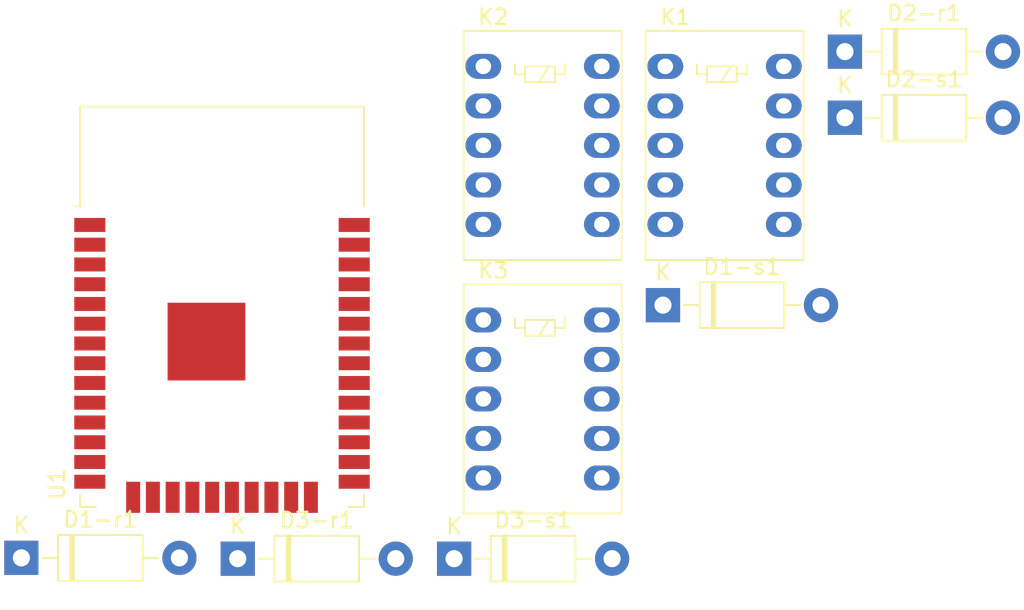
<source format=kicad_pcb>
(kicad_pcb (version 20211014) (generator pcbnew)
  (layers (0 "F.Cu" signal) (31 "B.Cu" signal) (34 "B.Paste" user) (35 "F.Paste" user) (36 "B.SilkS" user "B.Silkscreen") (37 "F.SilkS" user "F.Silkscreen") (38 "B.Mask" user) (39 "F.Mask" user) (44 "Edge.Cuts" user))
  (net 0 "")
  (net 1 "Net-(D1-r1-Pad1)")
  (net 2 "Net-(D1-r1-Pad2)")
  (net 3 "Net-(D1-s1-Pad1)")
  (net 4 "Net-(D1-s1-Pad2)")
  (net 5 "Net-(D2-r1-Pad1)")
  (net 6 "Net-(D2-r1-Pad2)")
  (net 7 "Net-(D2-s1-Pad1)")
  (net 8 "Net-(D2-s1-Pad2)")
  (net 9 "Net-(D3-r1-Pad1)")
  (net 10 "Net-(D3-r1-Pad2)")
  (net 11 "Net-(D3-s1-Pad1)")
  (net 12 "Net-(D3-s1-Pad2)")
  (net 15 "/AudioIn-1-R")
  (net 16 "/AudioIn-1-L")
  (net 21 "/AudioIn-2-R")
  (net 22 "/AudioIn-2-L")
  (net 27 "/AudioIn-3-R")
  (net 28 "/AudioIn-3-L")
  (net 31 "Net-(U1-Pad1)")
  (net 32 "+3V3")
  (footprint "Diode_THT:D_DO-41_SOD81_P10.16mm_Horizontal" (layer "F.Cu") (at 63.38 63.55)
    (fp_text reference "D3-s1" (at 5.08 -2.47) (layer "F.SilkS"))
    (fp_text value "1N4004")
    (fp_text user "K" (at 0 -2.1) (layer "F.SilkS"))
    (fp_line (start 3.26 -1.47) (end 3.26 1.47) (layer "F.SilkS") (width 0.12))
    (fp_line (start 1.34 0) (end 2.36 0) (layer "F.SilkS") (width 0.12))
    (fp_line (start 8.82 0) (end 7.8 0) (layer "F.SilkS") (width 0.12))
    (fp_line (start 3.14 -1.47) (end 3.14 1.47) (layer "F.SilkS") (width 0.12))
    (fp_line (start 2.36 -1.47) (end 2.36 1.47) (layer "F.SilkS") (width 0.12))
    (fp_line (start 7.8 -1.47) (end 2.36 -1.47) (layer "F.SilkS") (width 0.12))
    (fp_line (start 3.38 -1.47) (end 3.38 1.47) (layer "F.SilkS") (width 0.12))
    (fp_line (start 2.36 1.47) (end 7.8 1.47) (layer "F.SilkS") (width 0.12))
    (fp_line (start 7.8 1.47) (end 7.8 -1.47) (layer "F.SilkS") (width 0.12))
    (pad "1" thru_hole rect (at 0 0) (size 2.2 2.2) (drill 1.1) (layers *.Cu *.Mask) (net 11 "Net-(D3-s1-Pad1)"))
    (pad "2" thru_hole oval (at 10.16 0) (size 2.2 2.2) (drill 1.1) (layers *.Cu *.Mask) (net 12 "Net-(D3-s1-Pad2)"))
  )
  (footprint "Relay_THT:Relay_DPDT_FRT5" (layer "F.Cu") (at 76.96 31.9)
    (fp_text reference "K1" (at 0.635 -3.175) (layer "F.SilkS"))
    (fp_text value "AZ850P2-x")
    (fp_line (start 4.597 0) (end 2.692 0) (layer "F.SilkS") (width 0.12))
    (fp_line (start 5.232 -0.127) (end 5.232 0.508) (layer "F.SilkS") (width 0.12))
    (fp_line (start 2.032 0.508) (end 2.692 0.508) (layer "F.SilkS") (width 0.12))
    (fp_line (start 2.032 -0.127) (end 2.032 0.508) (layer "F.SilkS") (width 0.12))
    (fp_line (start 2.692 0) (end 2.692 1.016) (layer "F.SilkS") (width 0.12))
    (fp_line (start 8.89 12.446) (end -1.27 12.446) (layer "F.SilkS") (width 0.12))
    (fp_line (start -1.27 12.446) (end -1.27 -2.286) (layer "F.SilkS") (width 0.12))
    (fp_line (start 8.89 -2.286) (end 8.89 12.446) (layer "F.SilkS") (width 0.12))
    (fp_line (start 2.692 1.016) (end 4.597 1.016) (layer "F.SilkS") (width 0.12))
    (fp_line (start 4.216 0) (end 3.581 1.016) (layer "F.SilkS") (width 0.12))
    (fp_line (start 4.597 0) (end 4.597 1.016) (layer "F.SilkS") (width 0.12))
    (fp_line (start 5.232 0.508) (end 4.597 0.508) (layer "F.SilkS") (width 0.12))
    (fp_line (start -1.27 -2.286) (end 8.89 -2.286) (layer "F.SilkS") (width 0.12))
    (pad "1" thru_hole oval (at 0 0) (size 2.3 1.6) (drill 1) (layers *.Cu *.Mask) (net 3 "Net-(D1-s1-Pad1)"))
    (pad "2" thru_hole oval (at 0 2.54) (size 2.3 1.6) (drill 1) (layers *.Cu *.Mask))
    (pad "3" thru_hole oval (at 0 5.08) (size 2.3 1.6) (drill 1) (layers *.Cu *.Mask))
    (pad "4" thru_hole oval (at 0 7.62) (size 2.3 1.6) (drill 1) (layers *.Cu *.Mask) (net 15 "/AudioIn-1-R"))
    (pad "5" thru_hole oval (at 0 10.16) (size 2.3 1.6) (drill 1) (layers *.Cu *.Mask) (net 4 "Net-(D1-s1-Pad2)"))
    (pad "6" thru_hole oval (at 7.62 10.16) (size 2.3 1.6) (drill 1) (layers *.Cu *.Mask) (net 2 "Net-(D1-r1-Pad2)"))
    (pad "7" thru_hole oval (at 7.62 7.62) (size 2.3 1.6) (drill 1) (layers *.Cu *.Mask) (net 16 "/AudioIn-1-L"))
    (pad "8" thru_hole oval (at 7.62 5.08) (size 2.3 1.6) (drill 1) (layers *.Cu *.Mask))
    (pad "9" thru_hole oval (at 7.62 2.54) (size 2.3 1.6) (drill 1) (layers *.Cu *.Mask))
    (pad "10" thru_hole oval (at 7.62 0) (size 2.3 1.6) (drill 1) (layers *.Cu *.Mask) (net 1 "Net-(D1-r1-Pad1)"))
  )
  (footprint "RF_Module:ESP32-WROOM-32" (layer "F.Cu") (at 48.46 50.35)
    (fp_text reference "U1" (at -10.61 8.43 90) (layer "F.SilkS"))
    (fp_text value "ESP32-WROOM-32")
    (fp_line (start -9.12 9.1) (end -9.12 9.88) (layer "F.SilkS") (width 0.12))
    (fp_line (start -9.12 9.88) (end -8.12 9.88) (layer "F.SilkS") (width 0.12))
    (fp_line (start -9.12 -9.445) (end -9.5 -9.445) (layer "F.SilkS") (width 0.12))
    (fp_line (start -9.12 -15.865) (end 9.12 -15.865) (layer "F.SilkS") (width 0.12))
    (fp_line (start -9.12 -15.865) (end -9.12 -9.445) (layer "F.SilkS") (width 0.12))
    (fp_line (start 9.12 9.88) (end 8.12 9.88) (layer "F.SilkS") (width 0.12))
    (fp_line (start 9.12 9.1) (end 9.12 9.88) (layer "F.SilkS") (width 0.12))
    (fp_line (start 9.12 -15.865) (end 9.12 -9.445) (layer "F.SilkS") (width 0.12))
    (pad "1" smd rect (at -8.5 -8.255) (size 2 0.9) (layers "F.Cu" "F.Paste" "F.Mask") (net 31 "Net-(U1-Pad1)"))
    (pad "2" smd rect (at -8.5 -6.985) (size 2 0.9) (layers "F.Cu" "F.Paste" "F.Mask") (net 32 "+3V3"))
    (pad "3" smd rect (at -8.5 -5.715) (size 2 0.9) (layers "F.Cu" "F.Paste" "F.Mask"))
    (pad "4" smd rect (at -8.5 -4.445) (size 2 0.9) (layers "F.Cu" "F.Paste" "F.Mask"))
    (pad "5" smd rect (at -8.5 -3.175) (size 2 0.9) (layers "F.Cu" "F.Paste" "F.Mask"))
    (pad "6" smd rect (at -8.5 -1.905) (size 2 0.9) (layers "F.Cu" "F.Paste" "F.Mask"))
    (pad "7" smd rect (at -8.5 -0.635) (size 2 0.9) (layers "F.Cu" "F.Paste" "F.Mask"))
    (pad "8" smd rect (at -8.5 0.635) (size 2 0.9) (layers "F.Cu" "F.Paste" "F.Mask") (net 9 "Net-(D3-r1-Pad1)"))
    (pad "9" smd rect (at -8.5 1.905) (size 2 0.9) (layers "F.Cu" "F.Paste" "F.Mask"))
    (pad "10" smd rect (at -8.5 3.175) (size 2 0.9) (layers "F.Cu" "F.Paste" "F.Mask") (net 7 "Net-(D2-s1-Pad1)"))
    (pad "11" smd rect (at -8.5 4.445) (size 2 0.9) (layers "F.Cu" "F.Paste" "F.Mask") (net 5 "Net-(D2-r1-Pad1)"))
    (pad "12" smd rect (at -8.5 5.715) (size 2 0.9) (layers "F.Cu" "F.Paste" "F.Mask") (net 11 "Net-(D3-s1-Pad1)"))
    (pad "13" smd rect (at -8.5 6.985) (size 2 0.9) (layers "F.Cu" "F.Paste" "F.Mask"))
    (pad "14" smd rect (at -8.5 8.255) (size 2 0.9) (layers "F.Cu" "F.Paste" "F.Mask"))
    (pad "15" smd rect (at -5.715 9.255 90) (size 2 0.9) (layers "F.Cu" "F.Paste" "F.Mask") (net 31 "Net-(U1-Pad1)"))
    (pad "16" smd rect (at -4.445 9.255 90) (size 2 0.9) (layers "F.Cu" "F.Paste" "F.Mask"))
    (pad "17" smd rect (at -3.175 9.255 90) (size 2 0.9) (layers "F.Cu" "F.Paste" "F.Mask"))
    (pad "18" smd rect (at -1.905 9.255 90) (size 2 0.9) (layers "F.Cu" "F.Paste" "F.Mask"))
    (pad "19" smd rect (at -0.635 9.255 90) (size 2 0.9) (layers "F.Cu" "F.Paste" "F.Mask"))
    (pad "20" smd rect (at 0.635 9.255 90) (size 2 0.9) (layers "F.Cu" "F.Paste" "F.Mask"))
    (pad "21" smd rect (at 1.905 9.255 90) (size 2 0.9) (layers "F.Cu" "F.Paste" "F.Mask"))
    (pad "22" smd rect (at 3.175 9.255 90) (size 2 0.9) (layers "F.Cu" "F.Paste" "F.Mask"))
    (pad "23" smd rect (at 4.445 9.255 90) (size 2 0.9) (layers "F.Cu" "F.Paste" "F.Mask"))
    (pad "24" smd rect (at 5.715 9.255 90) (size 2 0.9) (layers "F.Cu" "F.Paste" "F.Mask"))
    (pad "25" smd rect (at 8.5 8.255) (size 2 0.9) (layers "F.Cu" "F.Paste" "F.Mask"))
    (pad "26" smd rect (at 8.5 6.985) (size 2 0.9) (layers "F.Cu" "F.Paste" "F.Mask"))
    (pad "27" smd rect (at 8.5 5.715) (size 2 0.9) (layers "F.Cu" "F.Paste" "F.Mask"))
    (pad "28" smd rect (at 8.5 4.445) (size 2 0.9) (layers "F.Cu" "F.Paste" "F.Mask"))
    (pad "29" smd rect (at 8.5 3.175) (size 2 0.9) (layers "F.Cu" "F.Paste" "F.Mask"))
    (pad "30" smd rect (at 8.5 1.905) (size 2 0.9) (layers "F.Cu" "F.Paste" "F.Mask"))
    (pad "31" smd rect (at 8.5 0.635) (size 2 0.9) (layers "F.Cu" "F.Paste" "F.Mask"))
    (pad "32" smd rect (at 8.5 -0.635) (size 2 0.9) (layers "F.Cu" "F.Paste" "F.Mask"))
    (pad "33" smd rect (at 8.5 -1.905) (size 2 0.9) (layers "F.Cu" "F.Paste" "F.Mask"))
    (pad "34" smd rect (at 8.5 -3.175) (size 2 0.9) (layers "F.Cu" "F.Paste" "F.Mask"))
    (pad "35" smd rect (at 8.5 -4.445) (size 2 0.9) (layers "F.Cu" "F.Paste" "F.Mask"))
    (pad "36" smd rect (at 8.5 -5.715) (size 2 0.9) (layers "F.Cu" "F.Paste" "F.Mask") (net 3 "Net-(D1-s1-Pad1)"))
    (pad "37" smd rect (at 8.5 -6.985) (size 2 0.9) (layers "F.Cu" "F.Paste" "F.Mask") (net 1 "Net-(D1-r1-Pad1)"))
    (pad "38" smd rect (at 8.5 -8.255) (size 2 0.9) (layers "F.Cu" "F.Paste" "F.Mask") (net 31 "Net-(U1-Pad1)"))
    (pad "39" smd rect (at -1 -0.755) (size 5 5) (layers "F.Cu" "F.Paste" "F.Mask") (net 31 "Net-(U1-Pad1)"))
  )
  (footprint "Relay_THT:Relay_DPDT_FRT5" (layer "F.Cu") (at 65.26 31.9)
    (fp_text reference "K2" (at 0.635 -3.175) (layer "F.SilkS"))
    (fp_text value "AZ850P2-x")
    (fp_line (start -1.27 -2.286) (end 8.89 -2.286) (layer "F.SilkS") (width 0.12))
    (fp_line (start 4.597 0) (end 4.597 1.016) (layer "F.SilkS") (width 0.12))
    (fp_line (start 5.232 -0.127) (end 5.232 0.508) (layer "F.SilkS") (width 0.12))
    (fp_line (start 8.89 -2.286) (end 8.89 12.446) (layer "F.SilkS") (width 0.12))
    (fp_line (start 4.597 0) (end 2.692 0) (layer "F.SilkS") (width 0.12))
    (fp_line (start 8.89 12.446) (end -1.27 12.446) (layer "F.SilkS") (width 0.12))
    (fp_line (start 4.216 0) (end 3.581 1.016) (layer "F.SilkS") (width 0.12))
    (fp_line (start 5.232 0.508) (end 4.597 0.508) (layer "F.SilkS") (width 0.12))
    (fp_line (start 2.692 1.016) (end 4.597 1.016) (layer "F.SilkS") (width 0.12))
    (fp_line (start 2.032 -0.127) (end 2.032 0.508) (layer "F.SilkS") (width 0.12))
    (fp_line (start -1.27 12.446) (end -1.27 -2.286) (layer "F.SilkS") (width 0.12))
    (fp_line (start 2.032 0.508) (end 2.692 0.508) (layer "F.SilkS") (width 0.12))
    (fp_line (start 2.692 0) (end 2.692 1.016) (layer "F.SilkS") (width 0.12))
    (pad "1" thru_hole oval (at 0 0) (size 2.3 1.6) (drill 1) (layers *.Cu *.Mask) (net 7 "Net-(D2-s1-Pad1)"))
    (pad "2" thru_hole oval (at 0 2.54) (size 2.3 1.6) (drill 1) (layers *.Cu *.Mask))
    (pad "3" thru_hole oval (at 0 5.08) (size 2.3 1.6) (drill 1) (layers *.Cu *.Mask))
    (pad "4" thru_hole oval (at 0 7.62) (size 2.3 1.6) (drill 1) (layers *.Cu *.Mask) (net 21 "/AudioIn-2-R"))
    (pad "5" thru_hole oval (at 0 10.16) (size 2.3 1.6) (drill 1) (layers *.Cu *.Mask) (net 8 "Net-(D2-s1-Pad2)"))
    (pad "6" thru_hole oval (at 7.62 10.16) (size 2.3 1.6) (drill 1) (layers *.Cu *.Mask) (net 6 "Net-(D2-r1-Pad2)"))
    (pad "7" thru_hole oval (at 7.62 7.62) (size 2.3 1.6) (drill 1) (layers *.Cu *.Mask) (net 22 "/AudioIn-2-L"))
    (pad "8" thru_hole oval (at 7.62 5.08) (size 2.3 1.6) (drill 1) (layers *.Cu *.Mask))
    (pad "9" thru_hole oval (at 7.62 2.54) (size 2.3 1.6) (drill 1) (layers *.Cu *.Mask))
    (pad "10" thru_hole oval (at 7.62 0) (size 2.3 1.6) (drill 1) (layers *.Cu *.Mask) (net 5 "Net-(D2-r1-Pad1)"))
  )
  (footprint "Diode_THT:D_DO-41_SOD81_P10.16mm_Horizontal" (layer "F.Cu") (at 49.47 63.55)
    (fp_text reference "D3-r1" (at 5.08 -2.47) (layer "F.SilkS"))
    (fp_text value "1N4004")
    (fp_text user "K" (at 0 -2.1) (layer "F.SilkS"))
    (fp_line (start 2.36 -1.47) (end 2.36 1.47) (layer "F.SilkS") (width 0.12))
    (fp_line (start 3.26 -1.47) (end 3.26 1.47) (layer "F.SilkS") (width 0.12))
    (fp_line (start 7.8 1.47) (end 7.8 -1.47) (layer "F.SilkS") (width 0.12))
    (fp_line (start 8.82 0) (end 7.8 0) (layer "F.SilkS") (width 0.12))
    (fp_line (start 2.36 1.47) (end 7.8 1.47) (layer "F.SilkS") (width 0.12))
    (fp_line (start 3.38 -1.47) (end 3.38 1.47) (layer "F.SilkS") (width 0.12))
    (fp_line (start 3.14 -1.47) (end 3.14 1.47) (layer "F.SilkS") (width 0.12))
    (fp_line (start 1.34 0) (end 2.36 0) (layer "F.SilkS") (width 0.12))
    (fp_line (start 7.8 -1.47) (end 2.36 -1.47) (layer "F.SilkS") (width 0.12))
    (pad "1" thru_hole rect (at 0 0) (size 2.2 2.2) (drill 1.1) (layers *.Cu *.Mask) (net 9 "Net-(D3-r1-Pad1)"))
    (pad "2" thru_hole oval (at 10.16 0) (size 2.2 2.2) (drill 1.1) (layers *.Cu *.Mask) (net 10 "Net-(D3-r1-Pad2)"))
  )
  (footprint "Relay_THT:Relay_DPDT_FRT5" (layer "F.Cu") (at 65.26 48.2)
    (fp_text reference "K3" (at 0.635 -3.175) (layer "F.SilkS"))
    (fp_text value "AZ850P2-x")
    (fp_line (start 2.032 -0.127) (end 2.032 0.508) (layer "F.SilkS") (width 0.12))
    (fp_line (start 8.89 -2.286) (end 8.89 12.446) (layer "F.SilkS") (width 0.12))
    (fp_line (start 4.597 0) (end 2.692 0) (layer "F.SilkS") (width 0.12))
    (fp_line (start 5.232 0.508) (end 4.597 0.508) (layer "F.SilkS") (width 0.12))
    (fp_line (start -1.27 12.446) (end -1.27 -2.286) (layer "F.SilkS") (width 0.12))
    (fp_line (start 4.597 0) (end 4.597 1.016) (layer "F.SilkS") (width 0.12))
    (fp_line (start -1.27 -2.286) (end 8.89 -2.286) (layer "F.SilkS") (width 0.12))
    (fp_line (start 4.216 0) (end 3.581 1.016) (layer "F.SilkS") (width 0.12))
    (fp_line (start 8.89 12.446) (end -1.27 12.446) (layer "F.SilkS") (width 0.12))
    (fp_line (start 2.032 0.508) (end 2.692 0.508) (layer "F.SilkS") (width 0.12))
    (fp_line (start 2.692 1.016) (end 4.597 1.016) (layer "F.SilkS") (width 0.12))
    (fp_line (start 2.692 0) (end 2.692 1.016) (layer "F.SilkS") (width 0.12))
    (fp_line (start 5.232 -0.127) (end 5.232 0.508) (layer "F.SilkS") (width 0.12))
    (pad "1" thru_hole oval (at 0 0) (size 2.3 1.6) (drill 1) (layers *.Cu *.Mask) (net 11 "Net-(D3-s1-Pad1)"))
    (pad "2" thru_hole oval (at 0 2.54) (size 2.3 1.6) (drill 1) (layers *.Cu *.Mask))
    (pad "3" thru_hole oval (at 0 5.08) (size 2.3 1.6) (drill 1) (layers *.Cu *.Mask))
    (pad "4" thru_hole oval (at 0 7.62) (size 2.3 1.6) (drill 1) (layers *.Cu *.Mask) (net 27 "/AudioIn-3-R"))
    (pad "5" thru_hole oval (at 0 10.16) (size 2.3 1.6) (drill 1) (layers *.Cu *.Mask) (net 12 "Net-(D3-s1-Pad2)"))
    (pad "6" thru_hole oval (at 7.62 10.16) (size 2.3 1.6) (drill 1) (layers *.Cu *.Mask) (net 10 "Net-(D3-r1-Pad2)"))
    (pad "7" thru_hole oval (at 7.62 7.62) (size 2.3 1.6) (drill 1) (layers *.Cu *.Mask) (net 28 "/AudioIn-3-L"))
    (pad "8" thru_hole oval (at 7.62 5.08) (size 2.3 1.6) (drill 1) (layers *.Cu *.Mask))
    (pad "9" thru_hole oval (at 7.62 2.54) (size 2.3 1.6) (drill 1) (layers *.Cu *.Mask))
    (pad "10" thru_hole oval (at 7.62 0) (size 2.3 1.6) (drill 1) (layers *.Cu *.Mask) (net 9 "Net-(D3-r1-Pad1)"))
  )
  (footprint "Diode_THT:D_DO-41_SOD81_P10.16mm_Horizontal" (layer "F.Cu") (at 88.51 30.95)
    (fp_text reference "D2-r1" (at 5.08 -2.47) (layer "F.SilkS"))
    (fp_text value "1N4004")
    (fp_text user "K" (at 0 -2.1) (layer "F.SilkS"))
    (fp_line (start 7.8 1.47) (end 7.8 -1.47) (layer "F.SilkS") (width 0.12))
    (fp_line (start 7.8 -1.47) (end 2.36 -1.47) (layer "F.SilkS") (width 0.12))
    (fp_line (start 3.14 -1.47) (end 3.14 1.47) (layer "F.SilkS") (width 0.12))
    (fp_line (start 8.82 0) (end 7.8 0) (layer "F.SilkS") (width 0.12))
    (fp_line (start 3.38 -1.47) (end 3.38 1.47) (layer "F.SilkS") (width 0.12))
    (fp_line (start 3.26 -1.47) (end 3.26 1.47) (layer "F.SilkS") (width 0.12))
    (fp_line (start 2.36 1.47) (end 7.8 1.47) (layer "F.SilkS") (width 0.12))
    (fp_line (start 2.36 -1.47) (end 2.36 1.47) (layer "F.SilkS") (width 0.12))
    (fp_line (start 1.34 0) (end 2.36 0) (layer "F.SilkS") (width 0.12))
    (pad "1" thru_hole rect (at 0 0) (size 2.2 2.2) (drill 1.1) (layers *.Cu *.Mask) (net 5 "Net-(D2-r1-Pad1)"))
    (pad "2" thru_hole oval (at 10.16 0) (size 2.2 2.2) (drill 1.1) (layers *.Cu *.Mask) (net 6 "Net-(D2-r1-Pad2)"))
  )
  (footprint "Diode_THT:D_DO-41_SOD81_P10.16mm_Horizontal" (layer "F.Cu") (at 76.81 47.25)
    (fp_text reference "D1-s1" (at 5.08 -2.47) (layer "F.SilkS"))
    (fp_text value "1N4004")
    (fp_text user "K" (at 0 -2.1) (layer "F.SilkS"))
    (fp_line (start 3.26 -1.47) (end 3.26 1.47) (layer "F.SilkS") (width 0.12))
    (fp_line (start 7.8 -1.47) (end 2.36 -1.47) (layer "F.SilkS") (width 0.12))
    (fp_line (start 3.14 -1.47) (end 3.14 1.47) (layer "F.SilkS") (width 0.12))
    (fp_line (start 2.36 1.47) (end 7.8 1.47) (layer "F.SilkS") (width 0.12))
    (fp_line (start 1.34 0) (end 2.36 0) (layer "F.SilkS") (width 0.12))
    (fp_line (start 7.8 1.47) (end 7.8 -1.47) (layer "F.SilkS") (width 0.12))
    (fp_line (start 3.38 -1.47) (end 3.38 1.47) (layer "F.SilkS") (width 0.12))
    (fp_line (start 2.36 -1.47) (end 2.36 1.47) (layer "F.SilkS") (width 0.12))
    (fp_line (start 8.82 0) (end 7.8 0) (layer "F.SilkS") (width 0.12))
    (pad "1" thru_hole rect (at 0 0) (size 2.2 2.2) (drill 1.1) (layers *.Cu *.Mask) (net 3 "Net-(D1-s1-Pad1)"))
    (pad "2" thru_hole oval (at 10.16 0) (size 2.2 2.2) (drill 1.1) (layers *.Cu *.Mask) (net 4 "Net-(D1-s1-Pad2)"))
  )
  (footprint "Diode_THT:D_DO-41_SOD81_P10.16mm_Horizontal" (layer "F.Cu") (at 35.56 63.5)
    (fp_text reference "D1-r1" (at 5.08 -2.47) (layer "F.SilkS"))
    (fp_text value "1N4004")
    (fp_text user "K" (at 0 -2.1) (layer "F.SilkS"))
    (fp_line (start 7.8 -1.47) (end 2.36 -1.47) (layer "F.SilkS") (width 0.12))
    (fp_line (start 7.8 1.47) (end 7.8 -1.47) (layer "F.SilkS") (width 0.12))
    (fp_line (start 3.26 -1.47) (end 3.26 1.47) (layer "F.SilkS") (width 0.12))
    (fp_line (start 8.82 0) (end 7.8 0) (layer "F.SilkS") (width 0.12))
    (fp_line (start 2.36 -1.47) (end 2.36 1.47) (layer "F.SilkS") (width 0.12))
    (fp_line (start 1.34 0) (end 2.36 0) (layer "F.SilkS") (width 0.12))
    (fp_line (start 3.38 -1.47) (end 3.38 1.47) (layer "F.SilkS") (width 0.12))
    (fp_line (start 2.36 1.47) (end 7.8 1.47) (layer "F.SilkS") (width 0.12))
    (fp_line (start 3.14 -1.47) (end 3.14 1.47) (layer "F.SilkS") (width 0.12))
    (pad "1" thru_hole rect (at 0 0) (size 2.2 2.2) (drill 1.1) (layers *.Cu *.Mask) (net 1 "Net-(D1-r1-Pad1)"))
    (pad "2" thru_hole oval (at 10.16 0) (size 2.2 2.2) (drill 1.1) (layers *.Cu *.Mask) (net 2 "Net-(D1-r1-Pad2)"))
  )
  (footprint "Diode_THT:D_DO-41_SOD81_P10.16mm_Horizontal" (layer "F.Cu") (at 88.51 35.2)
    (fp_text reference "D2-s1" (at 5.08 -2.47) (layer "F.SilkS"))
    (fp_text value "1N4004")
    (fp_text user "K" (at 0 -2.1) (layer "F.SilkS"))
    (fp_line (start 8.82 0) (end 7.8 0) (layer "F.SilkS") (width 0.12))
    (fp_line (start 2.36 -1.47) (end 2.36 1.47) (layer "F.SilkS") (width 0.12))
    (fp_line (start 1.34 0) (end 2.36 0) (layer "F.SilkS") (width 0.12))
    (fp_line (start 3.26 -1.47) (end 3.26 1.47) (layer "F.SilkS") (width 0.12))
    (fp_line (start 3.14 -1.47) (end 3.14 1.47) (layer "F.SilkS") (width 0.12))
    (fp_line (start 3.38 -1.47) (end 3.38 1.47) (layer "F.SilkS") (width 0.12))
    (fp_line (start 7.8 -1.47) (end 2.36 -1.47) (layer "F.SilkS") (width 0.12))
    (fp_line (start 2.36 1.47) (end 7.8 1.47) (layer "F.SilkS") (width 0.12))
    (fp_line (start 7.8 1.47) (end 7.8 -1.47) (layer "F.SilkS") (width 0.12))
    (pad "1" thru_hole rect (at 0 0) (size 2.2 2.2) (drill 1.1) (layers *.Cu *.Mask) (net 7 "Net-(D2-s1-Pad1)"))
    (pad "2" thru_hole oval (at 10.16 0) (size 2.2 2.2) (drill 1.1) (layers *.Cu *.Mask) (net 8 "Net-(D2-s1-Pad2)"))
  )
)
</source>
